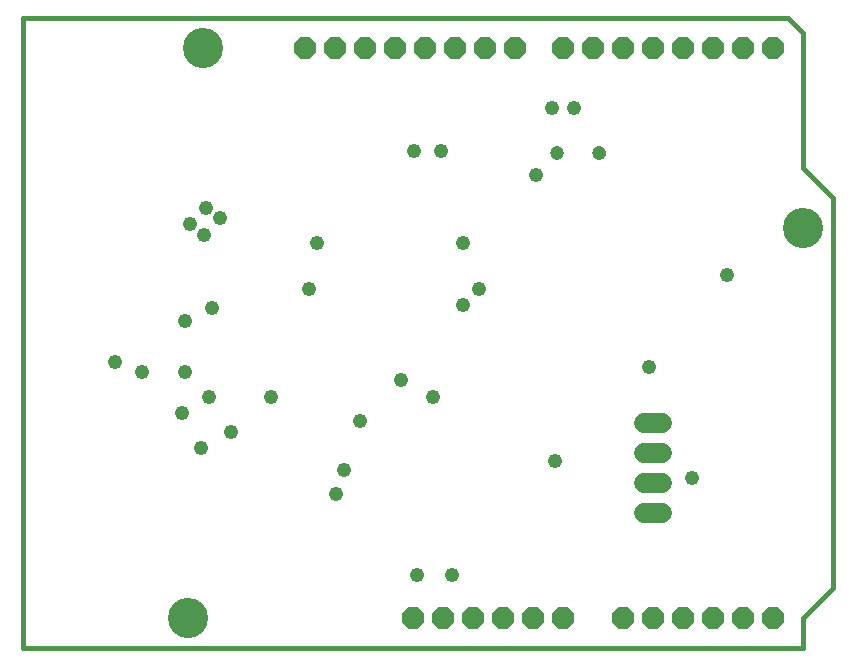
<source format=gbs>
G75*
%MOIN*%
%OFA0B0*%
%FSLAX25Y25*%
%IPPOS*%
%LPD*%
%AMOC8*
5,1,8,0,0,1.08239X$1,22.5*
%
%ADD10C,0.01600*%
%ADD11C,0.00000*%
%ADD12C,0.04737*%
%ADD13OC8,0.07400*%
%ADD14C,0.13398*%
%ADD15C,0.06800*%
%ADD16C,0.04800*%
D10*
X0027000Y0005737D02*
X0027000Y0215737D01*
X0282000Y0215737D01*
X0287000Y0210737D01*
X0287000Y0165737D01*
X0297000Y0155737D01*
X0297000Y0025737D01*
X0287000Y0015737D01*
X0287000Y0005737D01*
X0027000Y0005737D01*
D11*
X0027000Y0215737D01*
X0281000Y0215737D01*
X0287000Y0209737D01*
X0287000Y0164737D01*
X0297000Y0154737D01*
X0297000Y0025737D01*
X0287000Y0015737D01*
X0287000Y0005737D01*
X0027000Y0005737D01*
X0075701Y0015737D02*
X0075703Y0015895D01*
X0075709Y0016053D01*
X0075719Y0016211D01*
X0075733Y0016369D01*
X0075751Y0016526D01*
X0075772Y0016683D01*
X0075798Y0016839D01*
X0075828Y0016995D01*
X0075861Y0017150D01*
X0075899Y0017303D01*
X0075940Y0017456D01*
X0075985Y0017608D01*
X0076034Y0017759D01*
X0076087Y0017908D01*
X0076143Y0018056D01*
X0076203Y0018202D01*
X0076267Y0018347D01*
X0076335Y0018490D01*
X0076406Y0018632D01*
X0076480Y0018772D01*
X0076558Y0018909D01*
X0076640Y0019045D01*
X0076724Y0019179D01*
X0076813Y0019310D01*
X0076904Y0019439D01*
X0076999Y0019566D01*
X0077096Y0019691D01*
X0077197Y0019813D01*
X0077301Y0019932D01*
X0077408Y0020049D01*
X0077518Y0020163D01*
X0077631Y0020274D01*
X0077746Y0020383D01*
X0077864Y0020488D01*
X0077985Y0020590D01*
X0078108Y0020690D01*
X0078234Y0020786D01*
X0078362Y0020879D01*
X0078492Y0020969D01*
X0078625Y0021055D01*
X0078760Y0021139D01*
X0078896Y0021218D01*
X0079035Y0021295D01*
X0079176Y0021367D01*
X0079318Y0021437D01*
X0079462Y0021502D01*
X0079608Y0021564D01*
X0079755Y0021622D01*
X0079904Y0021677D01*
X0080054Y0021728D01*
X0080205Y0021775D01*
X0080357Y0021818D01*
X0080510Y0021857D01*
X0080665Y0021893D01*
X0080820Y0021924D01*
X0080976Y0021952D01*
X0081132Y0021976D01*
X0081289Y0021996D01*
X0081447Y0022012D01*
X0081604Y0022024D01*
X0081763Y0022032D01*
X0081921Y0022036D01*
X0082079Y0022036D01*
X0082237Y0022032D01*
X0082396Y0022024D01*
X0082553Y0022012D01*
X0082711Y0021996D01*
X0082868Y0021976D01*
X0083024Y0021952D01*
X0083180Y0021924D01*
X0083335Y0021893D01*
X0083490Y0021857D01*
X0083643Y0021818D01*
X0083795Y0021775D01*
X0083946Y0021728D01*
X0084096Y0021677D01*
X0084245Y0021622D01*
X0084392Y0021564D01*
X0084538Y0021502D01*
X0084682Y0021437D01*
X0084824Y0021367D01*
X0084965Y0021295D01*
X0085104Y0021218D01*
X0085240Y0021139D01*
X0085375Y0021055D01*
X0085508Y0020969D01*
X0085638Y0020879D01*
X0085766Y0020786D01*
X0085892Y0020690D01*
X0086015Y0020590D01*
X0086136Y0020488D01*
X0086254Y0020383D01*
X0086369Y0020274D01*
X0086482Y0020163D01*
X0086592Y0020049D01*
X0086699Y0019932D01*
X0086803Y0019813D01*
X0086904Y0019691D01*
X0087001Y0019566D01*
X0087096Y0019439D01*
X0087187Y0019310D01*
X0087276Y0019179D01*
X0087360Y0019045D01*
X0087442Y0018909D01*
X0087520Y0018772D01*
X0087594Y0018632D01*
X0087665Y0018490D01*
X0087733Y0018347D01*
X0087797Y0018202D01*
X0087857Y0018056D01*
X0087913Y0017908D01*
X0087966Y0017759D01*
X0088015Y0017608D01*
X0088060Y0017456D01*
X0088101Y0017303D01*
X0088139Y0017150D01*
X0088172Y0016995D01*
X0088202Y0016839D01*
X0088228Y0016683D01*
X0088249Y0016526D01*
X0088267Y0016369D01*
X0088281Y0016211D01*
X0088291Y0016053D01*
X0088297Y0015895D01*
X0088299Y0015737D01*
X0088297Y0015579D01*
X0088291Y0015421D01*
X0088281Y0015263D01*
X0088267Y0015105D01*
X0088249Y0014948D01*
X0088228Y0014791D01*
X0088202Y0014635D01*
X0088172Y0014479D01*
X0088139Y0014324D01*
X0088101Y0014171D01*
X0088060Y0014018D01*
X0088015Y0013866D01*
X0087966Y0013715D01*
X0087913Y0013566D01*
X0087857Y0013418D01*
X0087797Y0013272D01*
X0087733Y0013127D01*
X0087665Y0012984D01*
X0087594Y0012842D01*
X0087520Y0012702D01*
X0087442Y0012565D01*
X0087360Y0012429D01*
X0087276Y0012295D01*
X0087187Y0012164D01*
X0087096Y0012035D01*
X0087001Y0011908D01*
X0086904Y0011783D01*
X0086803Y0011661D01*
X0086699Y0011542D01*
X0086592Y0011425D01*
X0086482Y0011311D01*
X0086369Y0011200D01*
X0086254Y0011091D01*
X0086136Y0010986D01*
X0086015Y0010884D01*
X0085892Y0010784D01*
X0085766Y0010688D01*
X0085638Y0010595D01*
X0085508Y0010505D01*
X0085375Y0010419D01*
X0085240Y0010335D01*
X0085104Y0010256D01*
X0084965Y0010179D01*
X0084824Y0010107D01*
X0084682Y0010037D01*
X0084538Y0009972D01*
X0084392Y0009910D01*
X0084245Y0009852D01*
X0084096Y0009797D01*
X0083946Y0009746D01*
X0083795Y0009699D01*
X0083643Y0009656D01*
X0083490Y0009617D01*
X0083335Y0009581D01*
X0083180Y0009550D01*
X0083024Y0009522D01*
X0082868Y0009498D01*
X0082711Y0009478D01*
X0082553Y0009462D01*
X0082396Y0009450D01*
X0082237Y0009442D01*
X0082079Y0009438D01*
X0081921Y0009438D01*
X0081763Y0009442D01*
X0081604Y0009450D01*
X0081447Y0009462D01*
X0081289Y0009478D01*
X0081132Y0009498D01*
X0080976Y0009522D01*
X0080820Y0009550D01*
X0080665Y0009581D01*
X0080510Y0009617D01*
X0080357Y0009656D01*
X0080205Y0009699D01*
X0080054Y0009746D01*
X0079904Y0009797D01*
X0079755Y0009852D01*
X0079608Y0009910D01*
X0079462Y0009972D01*
X0079318Y0010037D01*
X0079176Y0010107D01*
X0079035Y0010179D01*
X0078896Y0010256D01*
X0078760Y0010335D01*
X0078625Y0010419D01*
X0078492Y0010505D01*
X0078362Y0010595D01*
X0078234Y0010688D01*
X0078108Y0010784D01*
X0077985Y0010884D01*
X0077864Y0010986D01*
X0077746Y0011091D01*
X0077631Y0011200D01*
X0077518Y0011311D01*
X0077408Y0011425D01*
X0077301Y0011542D01*
X0077197Y0011661D01*
X0077096Y0011783D01*
X0076999Y0011908D01*
X0076904Y0012035D01*
X0076813Y0012164D01*
X0076724Y0012295D01*
X0076640Y0012429D01*
X0076558Y0012565D01*
X0076480Y0012702D01*
X0076406Y0012842D01*
X0076335Y0012984D01*
X0076267Y0013127D01*
X0076203Y0013272D01*
X0076143Y0013418D01*
X0076087Y0013566D01*
X0076034Y0013715D01*
X0075985Y0013866D01*
X0075940Y0014018D01*
X0075899Y0014171D01*
X0075861Y0014324D01*
X0075828Y0014479D01*
X0075798Y0014635D01*
X0075772Y0014791D01*
X0075751Y0014948D01*
X0075733Y0015105D01*
X0075719Y0015263D01*
X0075709Y0015421D01*
X0075703Y0015579D01*
X0075701Y0015737D01*
X0202944Y0170737D02*
X0202946Y0170825D01*
X0202952Y0170913D01*
X0202962Y0171001D01*
X0202976Y0171089D01*
X0202993Y0171175D01*
X0203015Y0171261D01*
X0203040Y0171345D01*
X0203070Y0171429D01*
X0203102Y0171511D01*
X0203139Y0171591D01*
X0203179Y0171670D01*
X0203223Y0171747D01*
X0203270Y0171822D01*
X0203320Y0171894D01*
X0203374Y0171965D01*
X0203430Y0172032D01*
X0203490Y0172098D01*
X0203552Y0172160D01*
X0203618Y0172220D01*
X0203685Y0172276D01*
X0203756Y0172330D01*
X0203828Y0172380D01*
X0203903Y0172427D01*
X0203980Y0172471D01*
X0204059Y0172511D01*
X0204139Y0172548D01*
X0204221Y0172580D01*
X0204305Y0172610D01*
X0204389Y0172635D01*
X0204475Y0172657D01*
X0204561Y0172674D01*
X0204649Y0172688D01*
X0204737Y0172698D01*
X0204825Y0172704D01*
X0204913Y0172706D01*
X0205001Y0172704D01*
X0205089Y0172698D01*
X0205177Y0172688D01*
X0205265Y0172674D01*
X0205351Y0172657D01*
X0205437Y0172635D01*
X0205521Y0172610D01*
X0205605Y0172580D01*
X0205687Y0172548D01*
X0205767Y0172511D01*
X0205846Y0172471D01*
X0205923Y0172427D01*
X0205998Y0172380D01*
X0206070Y0172330D01*
X0206141Y0172276D01*
X0206208Y0172220D01*
X0206274Y0172160D01*
X0206336Y0172098D01*
X0206396Y0172032D01*
X0206452Y0171965D01*
X0206506Y0171894D01*
X0206556Y0171822D01*
X0206603Y0171747D01*
X0206647Y0171670D01*
X0206687Y0171591D01*
X0206724Y0171511D01*
X0206756Y0171429D01*
X0206786Y0171345D01*
X0206811Y0171261D01*
X0206833Y0171175D01*
X0206850Y0171089D01*
X0206864Y0171001D01*
X0206874Y0170913D01*
X0206880Y0170825D01*
X0206882Y0170737D01*
X0206880Y0170649D01*
X0206874Y0170561D01*
X0206864Y0170473D01*
X0206850Y0170385D01*
X0206833Y0170299D01*
X0206811Y0170213D01*
X0206786Y0170129D01*
X0206756Y0170045D01*
X0206724Y0169963D01*
X0206687Y0169883D01*
X0206647Y0169804D01*
X0206603Y0169727D01*
X0206556Y0169652D01*
X0206506Y0169580D01*
X0206452Y0169509D01*
X0206396Y0169442D01*
X0206336Y0169376D01*
X0206274Y0169314D01*
X0206208Y0169254D01*
X0206141Y0169198D01*
X0206070Y0169144D01*
X0205998Y0169094D01*
X0205923Y0169047D01*
X0205846Y0169003D01*
X0205767Y0168963D01*
X0205687Y0168926D01*
X0205605Y0168894D01*
X0205521Y0168864D01*
X0205437Y0168839D01*
X0205351Y0168817D01*
X0205265Y0168800D01*
X0205177Y0168786D01*
X0205089Y0168776D01*
X0205001Y0168770D01*
X0204913Y0168768D01*
X0204825Y0168770D01*
X0204737Y0168776D01*
X0204649Y0168786D01*
X0204561Y0168800D01*
X0204475Y0168817D01*
X0204389Y0168839D01*
X0204305Y0168864D01*
X0204221Y0168894D01*
X0204139Y0168926D01*
X0204059Y0168963D01*
X0203980Y0169003D01*
X0203903Y0169047D01*
X0203828Y0169094D01*
X0203756Y0169144D01*
X0203685Y0169198D01*
X0203618Y0169254D01*
X0203552Y0169314D01*
X0203490Y0169376D01*
X0203430Y0169442D01*
X0203374Y0169509D01*
X0203320Y0169580D01*
X0203270Y0169652D01*
X0203223Y0169727D01*
X0203179Y0169804D01*
X0203139Y0169883D01*
X0203102Y0169963D01*
X0203070Y0170045D01*
X0203040Y0170129D01*
X0203015Y0170213D01*
X0202993Y0170299D01*
X0202976Y0170385D01*
X0202962Y0170473D01*
X0202952Y0170561D01*
X0202946Y0170649D01*
X0202944Y0170737D01*
X0217118Y0170737D02*
X0217120Y0170825D01*
X0217126Y0170913D01*
X0217136Y0171001D01*
X0217150Y0171089D01*
X0217167Y0171175D01*
X0217189Y0171261D01*
X0217214Y0171345D01*
X0217244Y0171429D01*
X0217276Y0171511D01*
X0217313Y0171591D01*
X0217353Y0171670D01*
X0217397Y0171747D01*
X0217444Y0171822D01*
X0217494Y0171894D01*
X0217548Y0171965D01*
X0217604Y0172032D01*
X0217664Y0172098D01*
X0217726Y0172160D01*
X0217792Y0172220D01*
X0217859Y0172276D01*
X0217930Y0172330D01*
X0218002Y0172380D01*
X0218077Y0172427D01*
X0218154Y0172471D01*
X0218233Y0172511D01*
X0218313Y0172548D01*
X0218395Y0172580D01*
X0218479Y0172610D01*
X0218563Y0172635D01*
X0218649Y0172657D01*
X0218735Y0172674D01*
X0218823Y0172688D01*
X0218911Y0172698D01*
X0218999Y0172704D01*
X0219087Y0172706D01*
X0219175Y0172704D01*
X0219263Y0172698D01*
X0219351Y0172688D01*
X0219439Y0172674D01*
X0219525Y0172657D01*
X0219611Y0172635D01*
X0219695Y0172610D01*
X0219779Y0172580D01*
X0219861Y0172548D01*
X0219941Y0172511D01*
X0220020Y0172471D01*
X0220097Y0172427D01*
X0220172Y0172380D01*
X0220244Y0172330D01*
X0220315Y0172276D01*
X0220382Y0172220D01*
X0220448Y0172160D01*
X0220510Y0172098D01*
X0220570Y0172032D01*
X0220626Y0171965D01*
X0220680Y0171894D01*
X0220730Y0171822D01*
X0220777Y0171747D01*
X0220821Y0171670D01*
X0220861Y0171591D01*
X0220898Y0171511D01*
X0220930Y0171429D01*
X0220960Y0171345D01*
X0220985Y0171261D01*
X0221007Y0171175D01*
X0221024Y0171089D01*
X0221038Y0171001D01*
X0221048Y0170913D01*
X0221054Y0170825D01*
X0221056Y0170737D01*
X0221054Y0170649D01*
X0221048Y0170561D01*
X0221038Y0170473D01*
X0221024Y0170385D01*
X0221007Y0170299D01*
X0220985Y0170213D01*
X0220960Y0170129D01*
X0220930Y0170045D01*
X0220898Y0169963D01*
X0220861Y0169883D01*
X0220821Y0169804D01*
X0220777Y0169727D01*
X0220730Y0169652D01*
X0220680Y0169580D01*
X0220626Y0169509D01*
X0220570Y0169442D01*
X0220510Y0169376D01*
X0220448Y0169314D01*
X0220382Y0169254D01*
X0220315Y0169198D01*
X0220244Y0169144D01*
X0220172Y0169094D01*
X0220097Y0169047D01*
X0220020Y0169003D01*
X0219941Y0168963D01*
X0219861Y0168926D01*
X0219779Y0168894D01*
X0219695Y0168864D01*
X0219611Y0168839D01*
X0219525Y0168817D01*
X0219439Y0168800D01*
X0219351Y0168786D01*
X0219263Y0168776D01*
X0219175Y0168770D01*
X0219087Y0168768D01*
X0218999Y0168770D01*
X0218911Y0168776D01*
X0218823Y0168786D01*
X0218735Y0168800D01*
X0218649Y0168817D01*
X0218563Y0168839D01*
X0218479Y0168864D01*
X0218395Y0168894D01*
X0218313Y0168926D01*
X0218233Y0168963D01*
X0218154Y0169003D01*
X0218077Y0169047D01*
X0218002Y0169094D01*
X0217930Y0169144D01*
X0217859Y0169198D01*
X0217792Y0169254D01*
X0217726Y0169314D01*
X0217664Y0169376D01*
X0217604Y0169442D01*
X0217548Y0169509D01*
X0217494Y0169580D01*
X0217444Y0169652D01*
X0217397Y0169727D01*
X0217353Y0169804D01*
X0217313Y0169883D01*
X0217276Y0169963D01*
X0217244Y0170045D01*
X0217214Y0170129D01*
X0217189Y0170213D01*
X0217167Y0170299D01*
X0217150Y0170385D01*
X0217136Y0170473D01*
X0217126Y0170561D01*
X0217120Y0170649D01*
X0217118Y0170737D01*
X0280701Y0145737D02*
X0280703Y0145895D01*
X0280709Y0146053D01*
X0280719Y0146211D01*
X0280733Y0146369D01*
X0280751Y0146526D01*
X0280772Y0146683D01*
X0280798Y0146839D01*
X0280828Y0146995D01*
X0280861Y0147150D01*
X0280899Y0147303D01*
X0280940Y0147456D01*
X0280985Y0147608D01*
X0281034Y0147759D01*
X0281087Y0147908D01*
X0281143Y0148056D01*
X0281203Y0148202D01*
X0281267Y0148347D01*
X0281335Y0148490D01*
X0281406Y0148632D01*
X0281480Y0148772D01*
X0281558Y0148909D01*
X0281640Y0149045D01*
X0281724Y0149179D01*
X0281813Y0149310D01*
X0281904Y0149439D01*
X0281999Y0149566D01*
X0282096Y0149691D01*
X0282197Y0149813D01*
X0282301Y0149932D01*
X0282408Y0150049D01*
X0282518Y0150163D01*
X0282631Y0150274D01*
X0282746Y0150383D01*
X0282864Y0150488D01*
X0282985Y0150590D01*
X0283108Y0150690D01*
X0283234Y0150786D01*
X0283362Y0150879D01*
X0283492Y0150969D01*
X0283625Y0151055D01*
X0283760Y0151139D01*
X0283896Y0151218D01*
X0284035Y0151295D01*
X0284176Y0151367D01*
X0284318Y0151437D01*
X0284462Y0151502D01*
X0284608Y0151564D01*
X0284755Y0151622D01*
X0284904Y0151677D01*
X0285054Y0151728D01*
X0285205Y0151775D01*
X0285357Y0151818D01*
X0285510Y0151857D01*
X0285665Y0151893D01*
X0285820Y0151924D01*
X0285976Y0151952D01*
X0286132Y0151976D01*
X0286289Y0151996D01*
X0286447Y0152012D01*
X0286604Y0152024D01*
X0286763Y0152032D01*
X0286921Y0152036D01*
X0287079Y0152036D01*
X0287237Y0152032D01*
X0287396Y0152024D01*
X0287553Y0152012D01*
X0287711Y0151996D01*
X0287868Y0151976D01*
X0288024Y0151952D01*
X0288180Y0151924D01*
X0288335Y0151893D01*
X0288490Y0151857D01*
X0288643Y0151818D01*
X0288795Y0151775D01*
X0288946Y0151728D01*
X0289096Y0151677D01*
X0289245Y0151622D01*
X0289392Y0151564D01*
X0289538Y0151502D01*
X0289682Y0151437D01*
X0289824Y0151367D01*
X0289965Y0151295D01*
X0290104Y0151218D01*
X0290240Y0151139D01*
X0290375Y0151055D01*
X0290508Y0150969D01*
X0290638Y0150879D01*
X0290766Y0150786D01*
X0290892Y0150690D01*
X0291015Y0150590D01*
X0291136Y0150488D01*
X0291254Y0150383D01*
X0291369Y0150274D01*
X0291482Y0150163D01*
X0291592Y0150049D01*
X0291699Y0149932D01*
X0291803Y0149813D01*
X0291904Y0149691D01*
X0292001Y0149566D01*
X0292096Y0149439D01*
X0292187Y0149310D01*
X0292276Y0149179D01*
X0292360Y0149045D01*
X0292442Y0148909D01*
X0292520Y0148772D01*
X0292594Y0148632D01*
X0292665Y0148490D01*
X0292733Y0148347D01*
X0292797Y0148202D01*
X0292857Y0148056D01*
X0292913Y0147908D01*
X0292966Y0147759D01*
X0293015Y0147608D01*
X0293060Y0147456D01*
X0293101Y0147303D01*
X0293139Y0147150D01*
X0293172Y0146995D01*
X0293202Y0146839D01*
X0293228Y0146683D01*
X0293249Y0146526D01*
X0293267Y0146369D01*
X0293281Y0146211D01*
X0293291Y0146053D01*
X0293297Y0145895D01*
X0293299Y0145737D01*
X0293297Y0145579D01*
X0293291Y0145421D01*
X0293281Y0145263D01*
X0293267Y0145105D01*
X0293249Y0144948D01*
X0293228Y0144791D01*
X0293202Y0144635D01*
X0293172Y0144479D01*
X0293139Y0144324D01*
X0293101Y0144171D01*
X0293060Y0144018D01*
X0293015Y0143866D01*
X0292966Y0143715D01*
X0292913Y0143566D01*
X0292857Y0143418D01*
X0292797Y0143272D01*
X0292733Y0143127D01*
X0292665Y0142984D01*
X0292594Y0142842D01*
X0292520Y0142702D01*
X0292442Y0142565D01*
X0292360Y0142429D01*
X0292276Y0142295D01*
X0292187Y0142164D01*
X0292096Y0142035D01*
X0292001Y0141908D01*
X0291904Y0141783D01*
X0291803Y0141661D01*
X0291699Y0141542D01*
X0291592Y0141425D01*
X0291482Y0141311D01*
X0291369Y0141200D01*
X0291254Y0141091D01*
X0291136Y0140986D01*
X0291015Y0140884D01*
X0290892Y0140784D01*
X0290766Y0140688D01*
X0290638Y0140595D01*
X0290508Y0140505D01*
X0290375Y0140419D01*
X0290240Y0140335D01*
X0290104Y0140256D01*
X0289965Y0140179D01*
X0289824Y0140107D01*
X0289682Y0140037D01*
X0289538Y0139972D01*
X0289392Y0139910D01*
X0289245Y0139852D01*
X0289096Y0139797D01*
X0288946Y0139746D01*
X0288795Y0139699D01*
X0288643Y0139656D01*
X0288490Y0139617D01*
X0288335Y0139581D01*
X0288180Y0139550D01*
X0288024Y0139522D01*
X0287868Y0139498D01*
X0287711Y0139478D01*
X0287553Y0139462D01*
X0287396Y0139450D01*
X0287237Y0139442D01*
X0287079Y0139438D01*
X0286921Y0139438D01*
X0286763Y0139442D01*
X0286604Y0139450D01*
X0286447Y0139462D01*
X0286289Y0139478D01*
X0286132Y0139498D01*
X0285976Y0139522D01*
X0285820Y0139550D01*
X0285665Y0139581D01*
X0285510Y0139617D01*
X0285357Y0139656D01*
X0285205Y0139699D01*
X0285054Y0139746D01*
X0284904Y0139797D01*
X0284755Y0139852D01*
X0284608Y0139910D01*
X0284462Y0139972D01*
X0284318Y0140037D01*
X0284176Y0140107D01*
X0284035Y0140179D01*
X0283896Y0140256D01*
X0283760Y0140335D01*
X0283625Y0140419D01*
X0283492Y0140505D01*
X0283362Y0140595D01*
X0283234Y0140688D01*
X0283108Y0140784D01*
X0282985Y0140884D01*
X0282864Y0140986D01*
X0282746Y0141091D01*
X0282631Y0141200D01*
X0282518Y0141311D01*
X0282408Y0141425D01*
X0282301Y0141542D01*
X0282197Y0141661D01*
X0282096Y0141783D01*
X0281999Y0141908D01*
X0281904Y0142035D01*
X0281813Y0142164D01*
X0281724Y0142295D01*
X0281640Y0142429D01*
X0281558Y0142565D01*
X0281480Y0142702D01*
X0281406Y0142842D01*
X0281335Y0142984D01*
X0281267Y0143127D01*
X0281203Y0143272D01*
X0281143Y0143418D01*
X0281087Y0143566D01*
X0281034Y0143715D01*
X0280985Y0143866D01*
X0280940Y0144018D01*
X0280899Y0144171D01*
X0280861Y0144324D01*
X0280828Y0144479D01*
X0280798Y0144635D01*
X0280772Y0144791D01*
X0280751Y0144948D01*
X0280733Y0145105D01*
X0280719Y0145263D01*
X0280709Y0145421D01*
X0280703Y0145579D01*
X0280701Y0145737D01*
X0080701Y0205737D02*
X0080703Y0205895D01*
X0080709Y0206053D01*
X0080719Y0206211D01*
X0080733Y0206369D01*
X0080751Y0206526D01*
X0080772Y0206683D01*
X0080798Y0206839D01*
X0080828Y0206995D01*
X0080861Y0207150D01*
X0080899Y0207303D01*
X0080940Y0207456D01*
X0080985Y0207608D01*
X0081034Y0207759D01*
X0081087Y0207908D01*
X0081143Y0208056D01*
X0081203Y0208202D01*
X0081267Y0208347D01*
X0081335Y0208490D01*
X0081406Y0208632D01*
X0081480Y0208772D01*
X0081558Y0208909D01*
X0081640Y0209045D01*
X0081724Y0209179D01*
X0081813Y0209310D01*
X0081904Y0209439D01*
X0081999Y0209566D01*
X0082096Y0209691D01*
X0082197Y0209813D01*
X0082301Y0209932D01*
X0082408Y0210049D01*
X0082518Y0210163D01*
X0082631Y0210274D01*
X0082746Y0210383D01*
X0082864Y0210488D01*
X0082985Y0210590D01*
X0083108Y0210690D01*
X0083234Y0210786D01*
X0083362Y0210879D01*
X0083492Y0210969D01*
X0083625Y0211055D01*
X0083760Y0211139D01*
X0083896Y0211218D01*
X0084035Y0211295D01*
X0084176Y0211367D01*
X0084318Y0211437D01*
X0084462Y0211502D01*
X0084608Y0211564D01*
X0084755Y0211622D01*
X0084904Y0211677D01*
X0085054Y0211728D01*
X0085205Y0211775D01*
X0085357Y0211818D01*
X0085510Y0211857D01*
X0085665Y0211893D01*
X0085820Y0211924D01*
X0085976Y0211952D01*
X0086132Y0211976D01*
X0086289Y0211996D01*
X0086447Y0212012D01*
X0086604Y0212024D01*
X0086763Y0212032D01*
X0086921Y0212036D01*
X0087079Y0212036D01*
X0087237Y0212032D01*
X0087396Y0212024D01*
X0087553Y0212012D01*
X0087711Y0211996D01*
X0087868Y0211976D01*
X0088024Y0211952D01*
X0088180Y0211924D01*
X0088335Y0211893D01*
X0088490Y0211857D01*
X0088643Y0211818D01*
X0088795Y0211775D01*
X0088946Y0211728D01*
X0089096Y0211677D01*
X0089245Y0211622D01*
X0089392Y0211564D01*
X0089538Y0211502D01*
X0089682Y0211437D01*
X0089824Y0211367D01*
X0089965Y0211295D01*
X0090104Y0211218D01*
X0090240Y0211139D01*
X0090375Y0211055D01*
X0090508Y0210969D01*
X0090638Y0210879D01*
X0090766Y0210786D01*
X0090892Y0210690D01*
X0091015Y0210590D01*
X0091136Y0210488D01*
X0091254Y0210383D01*
X0091369Y0210274D01*
X0091482Y0210163D01*
X0091592Y0210049D01*
X0091699Y0209932D01*
X0091803Y0209813D01*
X0091904Y0209691D01*
X0092001Y0209566D01*
X0092096Y0209439D01*
X0092187Y0209310D01*
X0092276Y0209179D01*
X0092360Y0209045D01*
X0092442Y0208909D01*
X0092520Y0208772D01*
X0092594Y0208632D01*
X0092665Y0208490D01*
X0092733Y0208347D01*
X0092797Y0208202D01*
X0092857Y0208056D01*
X0092913Y0207908D01*
X0092966Y0207759D01*
X0093015Y0207608D01*
X0093060Y0207456D01*
X0093101Y0207303D01*
X0093139Y0207150D01*
X0093172Y0206995D01*
X0093202Y0206839D01*
X0093228Y0206683D01*
X0093249Y0206526D01*
X0093267Y0206369D01*
X0093281Y0206211D01*
X0093291Y0206053D01*
X0093297Y0205895D01*
X0093299Y0205737D01*
X0093297Y0205579D01*
X0093291Y0205421D01*
X0093281Y0205263D01*
X0093267Y0205105D01*
X0093249Y0204948D01*
X0093228Y0204791D01*
X0093202Y0204635D01*
X0093172Y0204479D01*
X0093139Y0204324D01*
X0093101Y0204171D01*
X0093060Y0204018D01*
X0093015Y0203866D01*
X0092966Y0203715D01*
X0092913Y0203566D01*
X0092857Y0203418D01*
X0092797Y0203272D01*
X0092733Y0203127D01*
X0092665Y0202984D01*
X0092594Y0202842D01*
X0092520Y0202702D01*
X0092442Y0202565D01*
X0092360Y0202429D01*
X0092276Y0202295D01*
X0092187Y0202164D01*
X0092096Y0202035D01*
X0092001Y0201908D01*
X0091904Y0201783D01*
X0091803Y0201661D01*
X0091699Y0201542D01*
X0091592Y0201425D01*
X0091482Y0201311D01*
X0091369Y0201200D01*
X0091254Y0201091D01*
X0091136Y0200986D01*
X0091015Y0200884D01*
X0090892Y0200784D01*
X0090766Y0200688D01*
X0090638Y0200595D01*
X0090508Y0200505D01*
X0090375Y0200419D01*
X0090240Y0200335D01*
X0090104Y0200256D01*
X0089965Y0200179D01*
X0089824Y0200107D01*
X0089682Y0200037D01*
X0089538Y0199972D01*
X0089392Y0199910D01*
X0089245Y0199852D01*
X0089096Y0199797D01*
X0088946Y0199746D01*
X0088795Y0199699D01*
X0088643Y0199656D01*
X0088490Y0199617D01*
X0088335Y0199581D01*
X0088180Y0199550D01*
X0088024Y0199522D01*
X0087868Y0199498D01*
X0087711Y0199478D01*
X0087553Y0199462D01*
X0087396Y0199450D01*
X0087237Y0199442D01*
X0087079Y0199438D01*
X0086921Y0199438D01*
X0086763Y0199442D01*
X0086604Y0199450D01*
X0086447Y0199462D01*
X0086289Y0199478D01*
X0086132Y0199498D01*
X0085976Y0199522D01*
X0085820Y0199550D01*
X0085665Y0199581D01*
X0085510Y0199617D01*
X0085357Y0199656D01*
X0085205Y0199699D01*
X0085054Y0199746D01*
X0084904Y0199797D01*
X0084755Y0199852D01*
X0084608Y0199910D01*
X0084462Y0199972D01*
X0084318Y0200037D01*
X0084176Y0200107D01*
X0084035Y0200179D01*
X0083896Y0200256D01*
X0083760Y0200335D01*
X0083625Y0200419D01*
X0083492Y0200505D01*
X0083362Y0200595D01*
X0083234Y0200688D01*
X0083108Y0200784D01*
X0082985Y0200884D01*
X0082864Y0200986D01*
X0082746Y0201091D01*
X0082631Y0201200D01*
X0082518Y0201311D01*
X0082408Y0201425D01*
X0082301Y0201542D01*
X0082197Y0201661D01*
X0082096Y0201783D01*
X0081999Y0201908D01*
X0081904Y0202035D01*
X0081813Y0202164D01*
X0081724Y0202295D01*
X0081640Y0202429D01*
X0081558Y0202565D01*
X0081480Y0202702D01*
X0081406Y0202842D01*
X0081335Y0202984D01*
X0081267Y0203127D01*
X0081203Y0203272D01*
X0081143Y0203418D01*
X0081087Y0203566D01*
X0081034Y0203715D01*
X0080985Y0203866D01*
X0080940Y0204018D01*
X0080899Y0204171D01*
X0080861Y0204324D01*
X0080828Y0204479D01*
X0080798Y0204635D01*
X0080772Y0204791D01*
X0080751Y0204948D01*
X0080733Y0205105D01*
X0080719Y0205263D01*
X0080709Y0205421D01*
X0080703Y0205579D01*
X0080701Y0205737D01*
D12*
X0204913Y0170737D03*
X0219087Y0170737D03*
D13*
X0217000Y0205737D03*
X0227000Y0205737D03*
X0237000Y0205737D03*
X0247000Y0205737D03*
X0257000Y0205737D03*
X0267000Y0205737D03*
X0277000Y0205737D03*
X0207000Y0205737D03*
X0191000Y0205737D03*
X0181000Y0205737D03*
X0171000Y0205737D03*
X0161000Y0205737D03*
X0151000Y0205737D03*
X0141000Y0205737D03*
X0131000Y0205737D03*
X0121000Y0205737D03*
X0157000Y0015737D03*
X0167000Y0015737D03*
X0177000Y0015737D03*
X0187000Y0015737D03*
X0197000Y0015737D03*
X0207000Y0015737D03*
X0227000Y0015737D03*
X0237000Y0015737D03*
X0247000Y0015737D03*
X0257000Y0015737D03*
X0267000Y0015737D03*
X0277000Y0015737D03*
D14*
X0287000Y0145737D03*
X0087000Y0205737D03*
X0082000Y0015737D03*
D15*
X0234000Y0050737D02*
X0240000Y0050737D01*
X0240000Y0060737D02*
X0234000Y0060737D01*
X0234000Y0070737D02*
X0240000Y0070737D01*
X0240000Y0080737D02*
X0234000Y0080737D01*
D16*
X0235800Y0099337D03*
X0261900Y0129937D03*
X0198000Y0163237D03*
X0203400Y0185737D03*
X0210600Y0185737D03*
X0166500Y0171337D03*
X0157500Y0171337D03*
X0173700Y0140737D03*
X0179100Y0125437D03*
X0173700Y0120037D03*
X0153000Y0094837D03*
X0163800Y0089437D03*
X0139500Y0081337D03*
X0134100Y0065137D03*
X0131400Y0057037D03*
X0096300Y0077737D03*
X0086400Y0072337D03*
X0080100Y0084037D03*
X0089100Y0089437D03*
X0081000Y0097537D03*
X0066600Y0097537D03*
X0057600Y0101137D03*
X0081000Y0114637D03*
X0090000Y0119137D03*
X0087300Y0143437D03*
X0082800Y0147037D03*
X0088200Y0152437D03*
X0092700Y0148837D03*
X0125100Y0140737D03*
X0122400Y0125437D03*
X0109800Y0089437D03*
X0158400Y0030037D03*
X0170100Y0030037D03*
X0204300Y0067837D03*
X0250200Y0062437D03*
M02*

</source>
